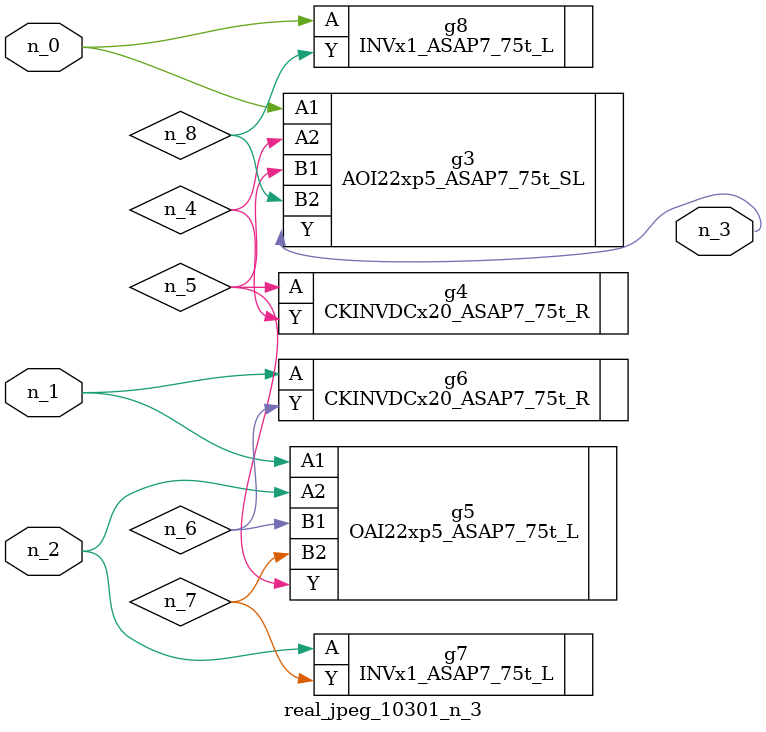
<source format=v>
module real_jpeg_10301_n_3 (n_1, n_0, n_2, n_3);

input n_1;
input n_0;
input n_2;

output n_3;

wire n_5;
wire n_8;
wire n_4;
wire n_6;
wire n_7;

AOI22xp5_ASAP7_75t_SL g3 ( 
.A1(n_0),
.A2(n_4),
.B1(n_5),
.B2(n_8),
.Y(n_3)
);

INVx1_ASAP7_75t_L g8 ( 
.A(n_0),
.Y(n_8)
);

OAI22xp5_ASAP7_75t_L g5 ( 
.A1(n_1),
.A2(n_2),
.B1(n_6),
.B2(n_7),
.Y(n_5)
);

CKINVDCx20_ASAP7_75t_R g6 ( 
.A(n_1),
.Y(n_6)
);

INVx1_ASAP7_75t_L g7 ( 
.A(n_2),
.Y(n_7)
);

CKINVDCx20_ASAP7_75t_R g4 ( 
.A(n_5),
.Y(n_4)
);


endmodule
</source>
